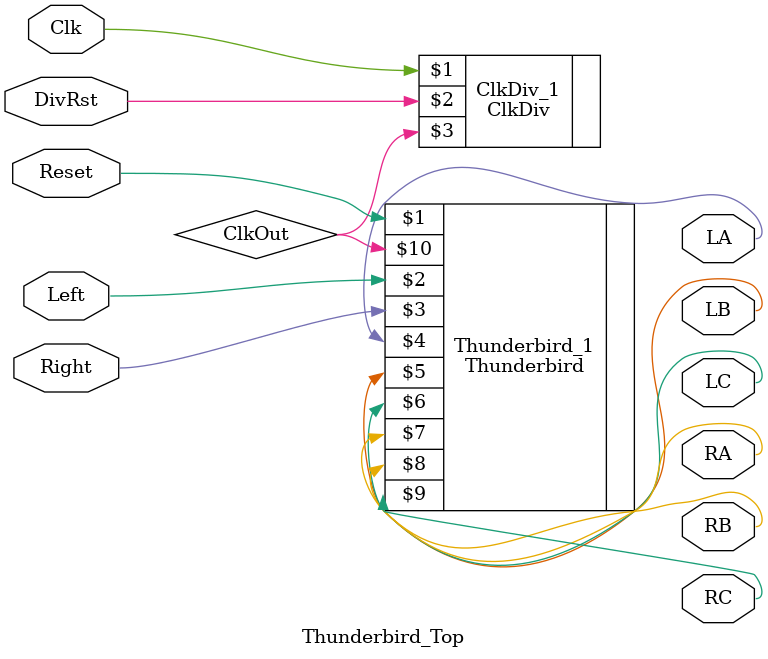
<source format=v>
`timescale 1ns / 1ps
module Thunderbird_Top(Clk, DivRst, Reset, Left, Right, LA, LB, LC, RA, RB, RC);

	input Clk, DivRst, Reset, Left, Right;
	output LA, LB, LC, RA, RB, RC;
	
	wire ClkOut;
	
	ClkDiv ClkDiv_1(Clk, DivRst, ClkOut);
	Thunderbird Thunderbird_1(Reset, Left, Right, LA, LB, LC, RA, RB, RC, ClkOut);

endmodule

</source>
